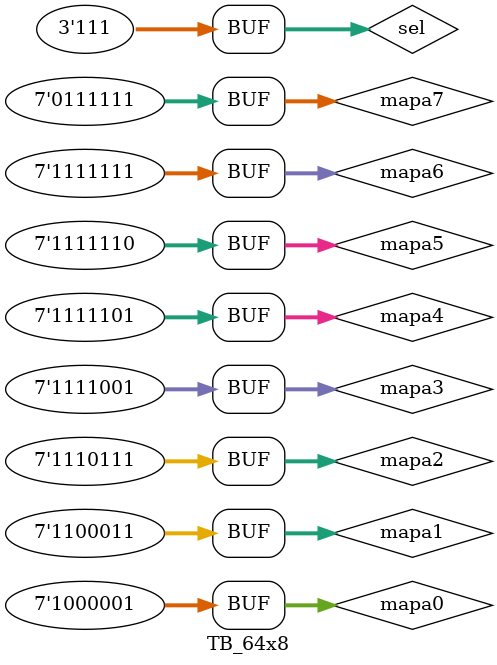
<source format=v>
module mux_64x8(
  mapa0, mapa1, mapa2, mapa3, mapa4, mapa5, mapa6, mapa7,
  sel,
  out
);
  input [6:0] mapa0, mapa1, mapa2, mapa3, mapa4, mapa5, mapa6, mapa7;
  input [2:0] sel;
  output [6:0] out;

  wire w0, w1, w2, w3, w4, w5, w6, w7;

  mux_8x1 m0(mapa0[6], mapa1[6], mapa2[6], mapa3[6], mapa4[6], mapa5[6], mapa6[6], mapa7[6], sel, out[6]);
  mux_8x1 m1(mapa0[5], mapa1[5], mapa2[5], mapa3[5], mapa4[5], mapa5[5], mapa6[5], mapa7[5], sel, out[5]);
  mux_8x1 m2(mapa0[4], mapa1[4], mapa2[4], mapa3[4], mapa4[4], mapa5[4], mapa6[4], mapa7[4], sel, out[4]);
  mux_8x1 m3(mapa0[3], mapa1[3], mapa2[3], mapa3[3], mapa4[3], mapa5[3], mapa6[3], mapa7[3], sel, out[3]);
  mux_8x1 m4(mapa0[2], mapa1[2], mapa2[2], mapa3[2], mapa4[2], mapa5[2], mapa6[2], mapa7[2], sel, out[2]);
  mux_8x1 m5(mapa0[1], mapa1[1], mapa2[1], mapa3[1], mapa4[1], mapa5[1], mapa6[1], mapa7[1], sel, out[1]);
  mux_8x1 m6(mapa0[0], mapa1[0], mapa2[0], mapa3[0], mapa4[0], mapa5[0], mapa6[0], mapa7[0], sel, out[0]);
endmodule

module TB_64x8();
  reg [2:0] sel;
  reg [6:0] mapa0, mapa1, mapa2, mapa3, mapa4, mapa5, mapa6, mapa7;
  wire [6:0] out;

  mux_64x8 mux_64x8(mapa0, mapa1, mapa2, mapa3, mapa4, mapa5, mapa6, mapa7, sel, out);

  initial begin
    mapa0 = 7'b1000001;
    mapa1 = 7'b1100011;
    mapa2 = 7'b1110111;
    mapa3 = 7'b1111001;
    mapa4 = 7'b1111101;
    mapa5 = 7'b1111110;
    mapa6 = 7'b1111111;
    mapa7 = 7'b0111111;

    sel = 000; #10; // out = 1000001
    sel = 001; #10; // out = 1100011
    sel = 010; #10; // out = 1110111
    sel = 011; #10; // out = 1111001
    sel = 100; #10; // out = 1111101
    sel = 101; #10; // out = 1111110
    sel = 110; #10; // out = 1111111
    sel = 111; #10; // out = 0111111
  end
endmodule
</source>
